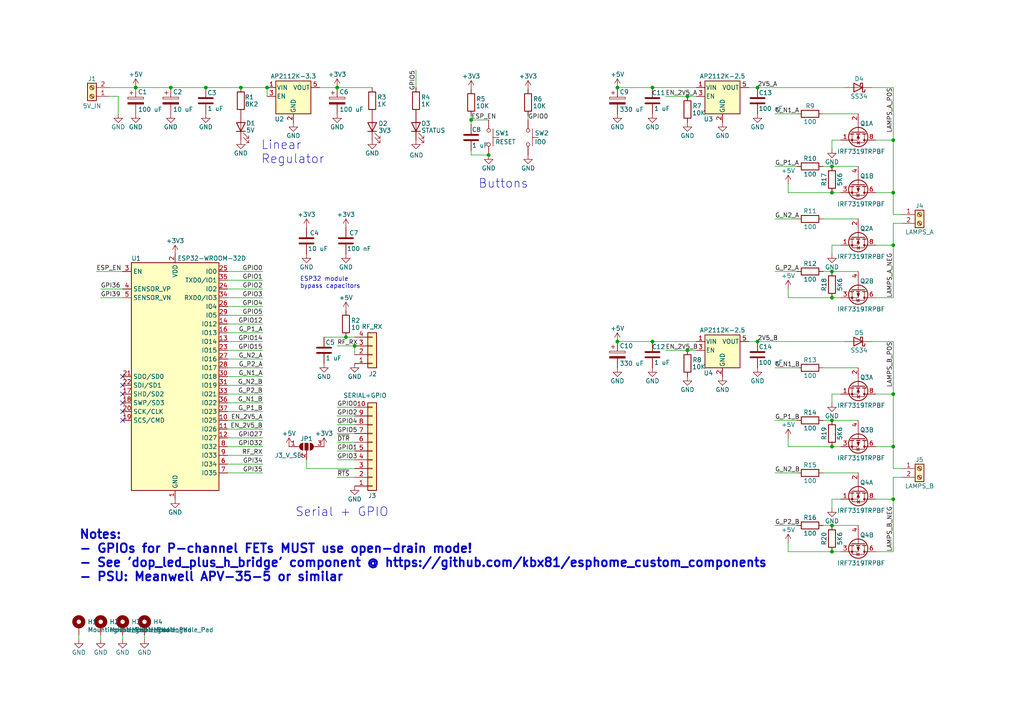
<source format=kicad_sch>
(kicad_sch (version 20211123) (generator eeschema)
  (paper "A4")
  (lib_symbols
    (symbol "Connector:Screw_Terminal_01x02" (pin_names (offset 1.016) hide)
      (property "Reference" "J" (at 0 2.54 0))
      (property "Value" "Screw_Terminal_01x02" (at 0 -5.08 0))
      (symbol "Screw_Terminal_01x02_1_1"
        (pin passive line (at -5.08 0 0) (length 3.81) (name "Pin_1") (number "1"))
        (pin passive line (at -5.08 -2.54 0) (length 3.81) (name "Pin_2") (number "2"))
      )
    )
    (symbol "Connector_Generic:Conn_01x04" (pin_names (offset 1.016) hide)
      (property "Reference" "J" (at 0 5.08 0))
      (property "Value" "Conn_01x04" (at 0 -7.62 0))
      (symbol "Conn_01x04_1_1"
        (pin passive line (at -5.08 2.54 0) (length 3.81) (name "Pin_1") (number "1"))
        (pin passive line (at -5.08 0 0) (length 3.81) (name "Pin_2") (number "2"))
        (pin passive line (at -5.08 -2.54 0) (length 3.81) (name "Pin_3") (number "3"))
        (pin passive line (at -5.08 -5.08 0) (length 3.81) (name "Pin_4") (number "4"))
      )
    )
    (symbol "Connector_Generic:Conn_01x10" (pin_names (offset 1.016) hide)
      (property "Reference" "J" (at 0 12.7 0))
      (property "Value" "Conn_01x10" (at 0 -15.24 0))
      (symbol "Conn_01x10_1_1"
        (pin passive line (at -5.08 10.16 0) (length 3.81) (name "Pin_1") (number "1"))
        (pin passive line (at -5.08 -12.7 0) (length 3.81) (name "Pin_10") (number "10"))
        (pin passive line (at -5.08 7.62 0) (length 3.81) (name "Pin_2") (number "2"))
        (pin passive line (at -5.08 5.08 0) (length 3.81) (name "Pin_3") (number "3"))
        (pin passive line (at -5.08 2.54 0) (length 3.81) (name "Pin_4") (number "4"))
        (pin passive line (at -5.08 0 0) (length 3.81) (name "Pin_5") (number "5"))
        (pin passive line (at -5.08 -2.54 0) (length 3.81) (name "Pin_6") (number "6"))
        (pin passive line (at -5.08 -5.08 0) (length 3.81) (name "Pin_7") (number "7"))
        (pin passive line (at -5.08 -7.62 0) (length 3.81) (name "Pin_8") (number "8"))
        (pin passive line (at -5.08 -10.16 0) (length 3.81) (name "Pin_9") (number "9"))
      )
    )
    (symbol "Device:C" (pin_numbers hide) (pin_names (offset 0.254))
      (property "Reference" "C" (at 0.635 2.54 0))
      (property "Value" "C" (at 0.635 -2.54 0))
      (symbol "C_1_1"
        (pin passive line (at 0 3.81 270) (length 2.794) (name "~") (number "1"))
        (pin passive line (at 0 -3.81 90) (length 2.794) (name "~") (number "2"))
      )
    )
    (symbol "Device:CP" (pin_numbers hide) (pin_names (offset 0.254))
      (property "Reference" "C" (at 0.635 2.54 0))
      (property "Value" "Device_CP" (at 0.635 -2.54 0))
      (symbol "CP_1_1"
        (pin passive line (at 0 3.81 270) (length 2.794) (name "~") (number "1"))
        (pin passive line (at 0 -3.81 90) (length 2.794) (name "~") (number "2"))
      )
    )
    (symbol "Device:D_Schottky" (pin_numbers hide) (pin_names (offset 1.016) hide)
      (property "Reference" "D" (at 0 2.54 0))
      (property "Value" "D_Schottky" (at 0 -2.54 0))
      (symbol "D_Schottky_1_1"
        (pin passive line (at -3.81 0 0) (length 2.54) (name "K") (number "1"))
        (pin passive line (at 3.81 0 180) (length 2.54) (name "A") (number "2"))
      )
    )
    (symbol "Device:LED" (pin_numbers hide) (pin_names (offset 1.016) hide)
      (property "Reference" "D" (at 0 2.54 0))
      (property "Value" "LED" (at 0 -2.54 0))
      (symbol "LED_1_1"
        (pin passive line (at -3.81 0 0) (length 2.54) (name "K") (number "1"))
        (pin passive line (at 3.81 0 180) (length 2.54) (name "A") (number "2"))
      )
    )
    (symbol "Device:R" (pin_numbers hide) (pin_names (offset 0))
      (property "Reference" "R" (at 2.032 0 90))
      (property "Value" "R" (at 0 0 90))
      (symbol "R_1_1"
        (pin passive line (at 0 3.81 270) (length 1.27) (name "~") (number "1"))
        (pin passive line (at 0 -3.81 90) (length 1.27) (name "~") (number "2"))
      )
    )
    (symbol "Jumper:SolderJumper_3_Open" (pin_names (offset 0) hide)
      (property "Reference" "JP" (at -2.54 -2.54 0))
      (property "Value" "SolderJumper_3_Open" (at 0 2.794 0))
      (symbol "SolderJumper_3_Open_1_1"
        (pin passive line (at -5.08 0 0) (length 2.54) (name "A") (number "1"))
        (pin input line (at 0 -3.81 90) (length 2.54) (name "C") (number "2"))
        (pin passive line (at 5.08 0 180) (length 2.54) (name "B") (number "3"))
      )
    )
    (symbol "Mechanical:MountingHole_Pad" (pin_numbers hide) (pin_names (offset 1.016) hide)
      (property "Reference" "H" (at 0 6.35 0))
      (property "Value" "MountingHole_Pad" (at 0 4.445 0))
      (symbol "MountingHole_Pad_1_1"
        (pin input line (at 0 -2.54 90) (length 2.54) (name "1") (number "1"))
      )
    )
    (symbol "RF_Module:ESP32-WROOM-32D"
      (property "Reference" "U" (at -12.7 34.29 0))
      (property "Value" "ESP32-WROOM-32D" (at 1.27 34.29 0))
      (symbol "ESP32-WROOM-32D_1_1"
        (pin power_in line (at 0 -35.56 90) (length 2.54) (name "GND") (number "1"))
        (pin bidirectional line (at 15.24 -12.7 180) (length 2.54) (name "IO25") (number "10"))
        (pin bidirectional line (at 15.24 -15.24 180) (length 2.54) (name "IO26") (number "11"))
        (pin bidirectional line (at 15.24 -17.78 180) (length 2.54) (name "IO27") (number "12"))
        (pin bidirectional line (at 15.24 10.16 180) (length 2.54) (name "IO14") (number "13"))
        (pin bidirectional line (at 15.24 15.24 180) (length 2.54) (name "IO12") (number "14"))
        (pin passive line (at 0 -35.56 90) (length 2.54) hide (name "GND") (number "15"))
        (pin bidirectional line (at 15.24 12.7 180) (length 2.54) (name "IO13") (number "16"))
        (pin bidirectional line (at -15.24 -5.08 0) (length 2.54) (name "SHD/SD2") (number "17"))
        (pin bidirectional line (at -15.24 -7.62 0) (length 2.54) (name "SWP/SD3") (number "18"))
        (pin bidirectional line (at -15.24 -12.7 0) (length 2.54) (name "SCS/CMD") (number "19"))
        (pin power_in line (at 0 35.56 270) (length 2.54) (name "VDD") (number "2"))
        (pin bidirectional line (at -15.24 -10.16 0) (length 2.54) (name "SCK/CLK") (number "20"))
        (pin bidirectional line (at -15.24 0 0) (length 2.54) (name "SDO/SD0") (number "21"))
        (pin bidirectional line (at -15.24 -2.54 0) (length 2.54) (name "SDI/SD1") (number "22"))
        (pin bidirectional line (at 15.24 7.62 180) (length 2.54) (name "IO15") (number "23"))
        (pin bidirectional line (at 15.24 25.4 180) (length 2.54) (name "IO2") (number "24"))
        (pin bidirectional line (at 15.24 30.48 180) (length 2.54) (name "IO0") (number "25"))
        (pin bidirectional line (at 15.24 20.32 180) (length 2.54) (name "IO4") (number "26"))
        (pin bidirectional line (at 15.24 5.08 180) (length 2.54) (name "IO16") (number "27"))
        (pin bidirectional line (at 15.24 2.54 180) (length 2.54) (name "IO17") (number "28"))
        (pin bidirectional line (at 15.24 17.78 180) (length 2.54) (name "IO5") (number "29"))
        (pin input line (at -15.24 30.48 0) (length 2.54) (name "EN") (number "3"))
        (pin bidirectional line (at 15.24 0 180) (length 2.54) (name "IO18") (number "30"))
        (pin bidirectional line (at 15.24 -2.54 180) (length 2.54) (name "IO19") (number "31"))
        (pin no_connect line (at -12.7 -27.94 0) (length 2.54) hide (name "NC") (number "32"))
        (pin bidirectional line (at 15.24 -5.08 180) (length 2.54) (name "IO21") (number "33"))
        (pin bidirectional line (at 15.24 22.86 180) (length 2.54) (name "RXD0/IO3") (number "34"))
        (pin bidirectional line (at 15.24 27.94 180) (length 2.54) (name "TXD0/IO1") (number "35"))
        (pin bidirectional line (at 15.24 -7.62 180) (length 2.54) (name "IO22") (number "36"))
        (pin bidirectional line (at 15.24 -10.16 180) (length 2.54) (name "IO23") (number "37"))
        (pin passive line (at 0 -35.56 90) (length 2.54) hide (name "GND") (number "38"))
        (pin passive line (at 0 -35.56 90) (length 2.54) hide (name "GND") (number "39"))
        (pin input line (at -15.24 25.4 0) (length 2.54) (name "SENSOR_VP") (number "4"))
        (pin input line (at -15.24 22.86 0) (length 2.54) (name "SENSOR_VN") (number "5"))
        (pin input line (at 15.24 -25.4 180) (length 2.54) (name "IO34") (number "6"))
        (pin input line (at 15.24 -27.94 180) (length 2.54) (name "IO35") (number "7"))
        (pin bidirectional line (at 15.24 -20.32 180) (length 2.54) (name "IO32") (number "8"))
        (pin bidirectional line (at 15.24 -22.86 180) (length 2.54) (name "IO33") (number "9"))
      )
    )
    (symbol "Regulator_Linear:AP2112K-2.5" (pin_names (offset 0.254))
      (property "Reference" "U" (at -5.08 5.715 0))
      (property "Value" "AP2112K-2.5" (at 0 5.715 0))
      (symbol "AP2112K-2.5_1_1"
        (pin power_in line (at -7.62 2.54 0) (length 2.54) (name "VIN") (number "1"))
        (pin power_in line (at 0 -7.62 90) (length 2.54) (name "GND") (number "2"))
        (pin input line (at -7.62 0 0) (length 2.54) (name "EN") (number "3"))
        (pin no_connect line (at 5.08 0 180) (length 2.54) hide (name "NC") (number "4"))
        (pin power_out line (at 7.62 2.54 180) (length 2.54) (name "VOUT") (number "5"))
      )
    )
    (symbol "Regulator_Linear:AP2112K-3.3" (pin_names (offset 0.254))
      (property "Reference" "U" (at -5.08 5.715 0))
      (property "Value" "AP2112K-3.3" (at 0 5.715 0))
      (symbol "AP2112K-3.3_1_1"
        (pin power_in line (at -7.62 2.54 0) (length 2.54) (name "VIN") (number "1"))
        (pin power_in line (at 0 -7.62 90) (length 2.54) (name "GND") (number "2"))
        (pin input line (at -7.62 0 0) (length 2.54) (name "EN") (number "3"))
        (pin no_connect line (at 5.08 0 180) (length 2.54) hide (name "NC") (number "4"))
        (pin power_out line (at 7.62 2.54 180) (length 2.54) (name "VOUT") (number "5"))
      )
    )
    (symbol "Switch:SW_Push" (pin_numbers hide) (pin_names (offset 1.016) hide)
      (property "Reference" "SW" (at 1.27 2.54 0))
      (property "Value" "SW_Push" (at 0 -1.524 0))
      (symbol "SW_Push_0_1"
        (pin passive line (at -5.08 0 0) (length 2.54) (name "1") (number "1"))
        (pin passive line (at 5.08 0 180) (length 2.54) (name "2") (number "2"))
      )
    )
    (symbol "Transistor_FET:IRF7309IPBF" (pin_names hide)
      (property "Reference" "Q" (at 5.08 1.905 0))
      (property "Value" "IRF7309IPBF" (at 5.08 0 0))
      (symbol "IRF7309IPBF_1_1"
        (pin passive line (at 2.54 -5.08 90) (length 2.54) (name "S") (number "1"))
        (pin input line (at -5.08 0 0) (length 2.54) (name "G") (number "2"))
        (pin passive line (at 2.54 5.08 270) (length 2.54) hide (name "D") (number "7"))
        (pin passive line (at 2.54 5.08 270) (length 2.54) (name "D") (number "8"))
      )
      (symbol "IRF7309IPBF_2_1"
        (pin passive line (at 2.54 -5.08 90) (length 2.54) (name "1") (number "3"))
        (pin input line (at -5.08 0 0) (length 2.54) (name "G") (number "4"))
        (pin passive line (at 2.54 5.08 270) (length 2.54) hide (name "D") (number "5"))
        (pin passive line (at 2.54 5.08 270) (length 2.54) (name "D") (number "6"))
      )
    )
    (symbol "power:+3.3V" (power) (pin_names (offset 0))
      (property "Value" "+3.3V" (at 0 3.556 0))
      (symbol "+3.3V_1_1"
        (pin power_in line (at 0 0 90) (length 0) hide (name "+3V3") (number "1"))
      )
    )
    (symbol "power:+3V3" (power) (pin_names (offset 0))
      (property "Value" "+3V3" (at 0 3.556 0))
      (symbol "+3V3_1_1"
        (pin power_in line (at 0 0 90) (length 0) hide (name "+3V3") (number "1"))
      )
    )
    (symbol "power:+5V" (power) (pin_names (offset 0))
      (property "Value" "+5V" (at 0 3.556 0))
      (symbol "+5V_1_1"
        (pin power_in line (at 0 0 90) (length 0) hide (name "+5V") (number "1"))
      )
    )
    (symbol "power:GND" (power) (pin_names (offset 0))
      (property "Value" "GND" (at 0 -3.81 0))
      (symbol "GND_1_1"
        (pin power_in line (at 0 0 270) (length 0) hide (name "GND") (number "1"))
      )
    )
  )
  (junction (at 199.39 27.94))
  (junction (at 241.3 152.4))
  (junction (at 189.23 25.4))
  (junction (at 199.39 101.6))
  (junction (at 97.79 25.4))
  (junction (at 241.3 160.02))
  (junction (at 259.08 40.64))
  (junction (at 141.732 44.958))
  (junction (at 136.652 34.798))
  (junction (at 259.08 71.12))
  (junction (at 241.3 129.54))
  (junction (at 241.3 55.88))
  (junction (at 39.37 25.3981))
  (junction (at 59.69 25.4))
  (junction (at 259.08 144.78))
  (junction (at 259.08 114.3))
  (junction (at 39.37 25.4))
  (junction (at 259.08 55.88))
  (junction (at 219.71 25.4))
  (junction (at 241.3 86.36))
  (junction (at 189.23 99.06))
  (junction (at 241.3 48.26))
  (junction (at 77.47 25.4))
  (junction (at 179.07 25.4))
  (junction (at 259.08 129.54))
  (junction (at 219.71 99.06))
  (junction (at 69.85 25.4))
  (junction (at 102.87 100.33))
  (junction (at 241.3 121.92))
  (junction (at 179.07 99.06))
  (junction (at 100.33 97.79))
  (junction (at 241.3 78.74))
  (junction (at 49.53 25.4))
  (no_connect (at 35.56 121.92))
  (no_connect (at 35.56 109.22))
  (no_connect (at 35.56 116.84))
  (no_connect (at 35.56 114.3))
  (no_connect (at 35.56 111.76))
  (no_connect (at 35.56 119.38))
  (wire (pts (xy 39.37 25.4) (xy 39.37 25.3981)))
  (wire (pts (xy 31.75 25.4) (xy 39.37 25.4)))
  (wire (pts (xy 88.9 135.89) (xy 102.87 135.89)))
  (wire (pts (xy 29.21 83.82) (xy 35.56 83.82)))
  (wire (pts (xy 66.04 101.6) (xy 76.2 101.6)))
  (wire (pts (xy 259.08 62.23) (xy 259.08 55.88)))
  (wire (pts (xy 259.08 160.02) (xy 259.08 144.78)))
  (wire (pts (xy 66.04 104.14) (xy 76.2 104.14)))
  (wire (pts (xy 224.79 78.74) (xy 231.14 78.74)))
  (wire (pts (xy 27.94 78.74) (xy 35.56 78.74)))
  (wire (pts (xy 97.79 138.43) (xy 102.87 138.43)))
  (wire (pts (xy 228.6 160.02) (xy 241.3 160.02)))
  (wire (pts (xy 66.04 93.98) (xy 76.2 93.98)))
  (wire (pts (xy 199.39 27.94) (xy 201.93 27.94)))
  (wire (pts (xy 66.04 109.22) (xy 76.2 109.22)))
  (wire (pts (xy 243.84 114.3) (xy 241.3 114.3)))
  (wire (pts (xy 66.04 96.52) (xy 76.2 96.52)))
  (wire (pts (xy 34.29 33.02) (xy 34.29 27.94)))
  (wire (pts (xy 66.04 119.38) (xy 76.2 119.38)))
  (wire (pts (xy 259.08 55.88) (xy 254 55.88)))
  (wire (pts (xy 243.84 144.78) (xy 241.3 144.78)))
  (wire (pts (xy 259.08 144.78) (xy 254 144.78)))
  (wire (pts (xy 88.9 133.35) (xy 88.9 135.89)))
  (wire (pts (xy 224.79 121.92) (xy 231.14 121.92)))
  (wire (pts (xy 219.71 25.4) (xy 245.11 25.4)))
  (wire (pts (xy 136.652 44.958) (xy 136.652 43.688)))
  (wire (pts (xy 259.08 25.4) (xy 259.08 40.64)))
  (wire (pts (xy 179.07 25.4) (xy 189.23 25.4)))
  (wire (pts (xy 228.6 55.88) (xy 241.3 55.88)))
  (wire (pts (xy 259.08 129.54) (xy 254 129.54)))
  (wire (pts (xy 241.3 144.78) (xy 241.3 147.32)))
  (wire (pts (xy 259.08 114.3) (xy 259.08 129.54)))
  (wire (pts (xy 241.3 78.74) (xy 248.92 78.74)))
  (wire (pts (xy 66.04 121.92) (xy 76.2 121.92)))
  (wire (pts (xy 66.04 132.08) (xy 76.2 132.08)))
  (wire (pts (xy 254 160.02) (xy 259.08 160.02)))
  (wire (pts (xy 136.652 34.798) (xy 136.652 36.068)))
  (wire (pts (xy 153.162 33.528) (xy 153.162 34.798)))
  (wire (pts (xy 261.62 138.43) (xy 259.08 138.43)))
  (wire (pts (xy 261.62 135.89) (xy 259.08 135.89)))
  (wire (pts (xy 66.04 78.74) (xy 76.2 78.74)))
  (wire (pts (xy 228.6 127) (xy 228.6 129.54)))
  (wire (pts (xy 238.76 63.5) (xy 248.92 63.5)))
  (wire (pts (xy 100.33 97.79) (xy 102.87 97.79)))
  (wire (pts (xy 241.3 55.88) (xy 243.84 55.88)))
  (wire (pts (xy 179.07 99.06) (xy 189.23 99.06)))
  (wire (pts (xy 238.76 78.74) (xy 241.3 78.74)))
  (wire (pts (xy 102.87 120.65) (xy 97.79 120.65)))
  (wire (pts (xy 241.3 121.92) (xy 248.92 121.92)))
  (wire (pts (xy 259.08 135.89) (xy 259.08 129.54)))
  (wire (pts (xy 193.04 27.94) (xy 199.39 27.94)))
  (wire (pts (xy 238.76 106.68) (xy 248.92 106.68)))
  (wire (pts (xy 259.08 86.36) (xy 259.08 71.12)))
  (wire (pts (xy 66.04 116.84) (xy 76.2 116.84)))
  (wire (pts (xy 66.04 129.54) (xy 76.2 129.54)))
  (wire (pts (xy 241.3 129.54) (xy 243.84 129.54)))
  (wire (pts (xy 97.79 130.81) (xy 102.87 130.81)))
  (wire (pts (xy 259.08 64.77) (xy 259.08 71.12)))
  (wire (pts (xy 97.79 133.35) (xy 102.87 133.35)))
  (wire (pts (xy 241.3 48.26) (xy 248.92 48.26)))
  (wire (pts (xy 243.84 71.12) (xy 241.3 71.12)))
  (wire (pts (xy 69.85 25.4) (xy 77.47 25.4)))
  (wire (pts (xy 224.79 106.68) (xy 231.14 106.68)))
  (wire (pts (xy 228.6 157.48) (xy 228.6 160.02)))
  (wire (pts (xy 66.04 86.36) (xy 76.2 86.36)))
  (wire (pts (xy 66.04 106.68) (xy 76.2 106.68)))
  (wire (pts (xy 66.04 134.62) (xy 76.2 134.62)))
  (wire (pts (xy 92.71 25.4) (xy 97.79 25.4)))
  (wire (pts (xy 261.62 62.23) (xy 259.08 62.23)))
  (wire (pts (xy 241.3 71.12) (xy 241.3 73.66)))
  (wire (pts (xy 29.21 185.42) (xy 29.21 184.15)))
  (wire (pts (xy 228.6 83.82) (xy 228.6 86.36)))
  (wire (pts (xy 193.04 101.6) (xy 199.39 101.6)))
  (wire (pts (xy 102.87 125.73) (xy 97.79 125.73)))
  (wire (pts (xy 34.29 27.94) (xy 31.75 27.94)))
  (wire (pts (xy 97.79 118.11) (xy 102.87 118.11)))
  (wire (pts (xy 254 86.36) (xy 259.08 86.36)))
  (wire (pts (xy 241.3 160.02) (xy 243.84 160.02)))
  (wire (pts (xy 199.39 101.6) (xy 201.93 101.6)))
  (wire (pts (xy 228.6 53.34) (xy 228.6 55.88)))
  (wire (pts (xy 238.76 152.4) (xy 241.3 152.4)))
  (wire (pts (xy 136.652 33.528) (xy 136.652 34.798)))
  (wire (pts (xy 189.23 25.4) (xy 201.93 25.4)))
  (wire (pts (xy 66.04 124.46) (xy 76.2 124.46)))
  (wire (pts (xy 228.6 129.54) (xy 241.3 129.54)))
  (wire (pts (xy 66.04 137.16) (xy 76.2 137.16)))
  (wire (pts (xy 49.53 25.4) (xy 59.69 25.4)))
  (wire (pts (xy 189.23 99.06) (xy 201.93 99.06)))
  (wire (pts (xy 141.732 44.958) (xy 136.652 44.958)))
  (wire (pts (xy 136.652 34.798) (xy 141.732 34.798)))
  (wire (pts (xy 217.17 99.06) (xy 219.71 99.06)))
  (wire (pts (xy 259.08 99.06) (xy 259.08 114.3)))
  (wire (pts (xy 224.79 63.5) (xy 231.14 63.5)))
  (wire (pts (xy 254 40.64) (xy 259.08 40.64)))
  (wire (pts (xy 238.76 48.26) (xy 241.3 48.26)))
  (wire (pts (xy 241.3 86.36) (xy 243.84 86.36)))
  (wire (pts (xy 259.08 138.43) (xy 259.08 144.78)))
  (wire (pts (xy 97.79 128.27) (xy 102.87 128.27)))
  (wire (pts (xy 228.6 86.36) (xy 241.3 86.36)))
  (wire (pts (xy 93.98 97.79) (xy 100.33 97.79)))
  (wire (pts (xy 66.04 111.76) (xy 76.2 111.76)))
  (wire (pts (xy 66.04 83.82) (xy 76.2 83.82)))
  (wire (pts (xy 238.76 33.02) (xy 248.92 33.02)))
  (wire (pts (xy 102.87 100.33) (xy 102.87 102.87)))
  (wire (pts (xy 224.79 48.26) (xy 231.14 48.26)))
  (wire (pts (xy 252.73 25.4) (xy 259.08 25.4)))
  (wire (pts (xy 66.04 99.06) (xy 76.2 99.06)))
  (wire (pts (xy 66.04 114.3) (xy 76.2 114.3)))
  (wire (pts (xy 261.62 64.77) (xy 259.08 64.77)))
  (wire (pts (xy 41.91 185.42) (xy 41.91 184.15)))
  (wire (pts (xy 259.08 71.12) (xy 254 71.12)))
  (wire (pts (xy 241.3 114.3) (xy 241.3 116.84)))
  (wire (pts (xy 219.71 99.06) (xy 245.11 99.06)))
  (wire (pts (xy 35.56 185.42) (xy 35.56 184.15)))
  (wire (pts (xy 66.04 81.28) (xy 76.2 81.28)))
  (wire (pts (xy 97.79 100.33) (xy 102.87 100.33)))
  (wire (pts (xy 241.3 40.64) (xy 241.3 43.18)))
  (wire (pts (xy 66.04 127) (xy 76.2 127)))
  (wire (pts (xy 29.21 86.36) (xy 35.56 86.36)))
  (wire (pts (xy 243.84 40.64) (xy 241.3 40.64)))
  (wire (pts (xy 224.79 137.16) (xy 231.14 137.16)))
  (wire (pts (xy 59.69 25.4) (xy 69.85 25.4)))
  (wire (pts (xy 66.04 88.9) (xy 76.2 88.9)))
  (wire (pts (xy 77.47 25.4) (xy 77.47 27.94)))
  (wire (pts (xy 66.04 91.44) (xy 76.2 91.44)))
  (wire (pts (xy 238.76 137.16) (xy 248.92 137.16)))
  (wire (pts (xy 259.08 40.64) (xy 259.08 55.88)))
  (wire (pts (xy 252.73 99.06) (xy 259.08 99.06)))
  (wire (pts (xy 49.53 25.4) (xy 39.37 25.4)))
  (wire (pts (xy 241.3 152.4) (xy 248.92 152.4)))
  (wire (pts (xy 22.86 185.42) (xy 22.86 184.15)))
  (wire (pts (xy 224.79 152.4) (xy 231.14 152.4)))
  (wire (pts (xy 217.17 25.4) (xy 219.71 25.4)))
  (wire (pts (xy 120.65 20.32) (xy 120.65 25.389)))
  (wire (pts (xy 224.79 33.02) (xy 231.14 33.02)))
  (wire (pts (xy 254 114.3) (xy 259.08 114.3)))
  (wire (pts (xy 97.79 25.4) (xy 107.95 25.4)))
  (wire (pts (xy 97.79 123.19) (xy 102.87 123.19)))
  (wire (pts (xy 238.76 121.92) (xy 241.3 121.92)))
  (text "ESP32 module\nbypass capacitors" (at 86.995 83.82 0) (effects (font (size 1.27 1.27)) (justify left bottom)))
  (text "Serial + GPIO" (at 85.598 150.114 0) (effects (font (size 2.54 2.54)) (justify left bottom)))
  (text "Linear\nRegulator" (at 75.692 47.752 0) (effects (font (size 2.54 2.54)) (justify left bottom)))
  (text "Buttons" (at 138.684 54.864 0) (effects (font (size 2.54 2.54)) (justify left bottom)))
  (text "Notes:\n- GPIOs for P-channel FETs MUST use open-drain mode!\n- See 'dop_led_plus_h_bridge' component @ https://github.com/kbx81/esphome_custom_components\n- PSU: Meanwell APV-35-5 or similar" (at 22.86 168.91 0) (effects (font (size 2.54 2.54) (thickness 0.508) bold) (justify left bottom)))
  (label "G_P2_A" (at 76.2 106.68 180))
  (label "ESP_EN" (at 27.94 78.74 0))
  (label "LAMPS_A_NEG" (at 259.08 86.36 90))
  (label "G_P2_B" (at 76.2 114.3 180))
  (label "~{DTR}" (at 97.79 128.27 0))
  (label "GPI36" (at 29.21 83.82 0))
  (label "LAMPS_B_NEG" (at 259.08 160.02 90))
  (label "G_P1_B" (at 76.2 119.38 180))
  (label "G_N1_B" (at 224.79 106.68 0))
  (label "G_P1_B" (at 224.79 121.92 0))
  (label "GPIO3" (at 76.2 86.36 180))
  (label "G_N2_A" (at 76.2 104.14 180))
  (label "ESP_EN" (at 136.652 34.798 0))
  (label "EN_2V5_B" (at 76.2 124.46 180))
  (label "GPIO2" (at 97.79 120.65 0))
  (label "GPIO0" (at 97.79 118.11 0))
  (label "EN_2V5_B" (at 193.04 101.6 0))
  (label "~{RTS}" (at 97.79 138.43 0))
  (label "GPI39" (at 29.21 86.36 0))
  (label "GPIO14" (at 76.2 99.06 180))
  (label "G_N2_B" (at 224.79 137.16 0))
  (label "2V5_A" (at 219.71 25.4 0))
  (label "GPIO4" (at 76.2 88.9 180))
  (label "GPIO32" (at 76.2 129.54 180))
  (label "GPIO0" (at 153.162 34.798 0))
  (label "LAMPS_B_POS" (at 259.08 99.06 270))
  (label "GPIO15" (at 76.2 101.6 180))
  (label "RF_RX" (at 76.2 132.08 180))
  (label "2V5_B" (at 219.71 99.06 0))
  (label "GPIO5" (at 120.65 20.32 270))
  (label "G_N2_A" (at 224.79 63.5 0))
  (label "GPIO3" (at 97.79 133.35 0))
  (label "GPIO27" (at 76.2 127 180))
  (label "G_N1_B" (at 76.2 116.84 180))
  (label "GPI34" (at 76.2 134.62 180))
  (label "GPI35" (at 76.2 137.16 180))
  (label "EN_2V5_A" (at 193.04 27.94 0))
  (label "LAMPS_A_POS" (at 259.08 25.4 270))
  (label "G_P1_A" (at 76.2 96.52 180))
  (label "GPIO1" (at 76.2 81.28 180))
  (label "G_P1_A" (at 224.79 48.26 0))
  (label "G_P2_B" (at 224.79 152.4 0))
  (label "GPIO5" (at 76.2 91.44 180))
  (label "RF_RX" (at 97.79 100.33 0))
  (label "GPIO4" (at 97.79 123.19 0))
  (label "G_P2_A" (at 224.79 78.74 0))
  (label "GPIO2" (at 76.2 83.82 180))
  (label "EN_2V5_A" (at 76.2 121.92 180))
  (label "G_N1_A" (at 76.2 109.22 180))
  (label "GPIO1" (at 97.79 130.81 0))
  (label "G_N1_A" (at 224.79 33.02 0))
  (label "GPIO0" (at 76.2 78.74 180))
  (label "G_N2_B" (at 76.2 111.76 180))
  (label "GPIO12" (at 76.2 93.98 180))
  (label "GPIO5" (at 97.79 125.73 0))
  (symbol (lib_id "power:GND") (at 29.21 185.42 0) (unit 1)
    (property "Reference" "#PWR05" (effects hide))
    (property "Value" "GND" (at 29.21 189.23 0))
  )
  (symbol (lib_id "Device:CP") (at 179.07 29.21 0) (unit 1)
    (property "Reference" "C9" (at 179.705 26.67 0) (effects (justify left)))
    (property "Value" "330 uF" (at 179.705 31.75 0) (effects (justify left)))
    (property "Footprint" "Capacitor_SMD:CP_Elec_6.3x7.7" (effects hide))
    (property "Datasheet" "https://www.nichicon.co.jp/english/products/pdfs/e-ucm.pdf" (effects hide))
    (property "Part" "UWT1A102MNL1GS" (effects hide))
  )
  (symbol (lib_id "Mechanical:MountingHole_Pad") (at 41.91 181.61 0) (unit 1)
    (property "Reference" "H4" (at 44.45 180.3654 0) (effects (justify left)))
    (property "Value" "MountingHole_Pad" (at 44.45 182.6768 0) (effects (justify left)))
    (property "Footprint" "MountingHole:MountingHole_3.2mm_M3_Pad_Via" (effects hide))
  )
  (symbol (lib_id "Device:R") (at 241.3 82.55 180) (unit 1)
    (property "Reference" "R18" (at 239.014 82.55 90))
    (property "Value" "5K6" (at 243.586 82.55 90))
    (property "Footprint" "Resistor_SMD:R_0805_2012Metric" (effects hide))
  )
  (symbol (lib_id "Device:R") (at 107.95 29.21 0) (unit 1)
    (property "Reference" "R3" (at 110.744 28.194 0))
    (property "Value" "1K" (at 110.744 30.226 0))
    (property "Footprint" "Resistor_SMD:R_0805_2012Metric" (effects hide))
    (property "MPN1" "RC0805FR-071KL" (effects hide))
  )
  (symbol (lib_id "Connector_Generic:Conn_01x04") (at 107.95 102.87 0) (mirror x) (unit 1)
    (property "Reference" "J2" (at 106.934 108.458 0) (effects (justify left)))
    (property "Value" "RF_RX" (at 104.902 94.742 0) (effects (justify left)))
    (property "Footprint" "Connector_PinSocket_2.54mm:PinSocket_1x04_P2.54mm_Vertical" (effects hide))
  )
  (symbol (lib_id "power:GND") (at 97.79 33.02 0) (unit 1)
    (property "Reference" "#PWR020" (effects hide))
    (property "Value" "GND" (at 97.79 36.83 0))
  )
  (symbol (lib_id "Device:CP") (at 179.07 102.87 0) (unit 1)
    (property "Reference" "C10" (at 179.705 100.33 0) (effects (justify left)))
    (property "Value" "330 uF" (at 179.705 105.41 0) (effects (justify left)))
    (property "Footprint" "Capacitor_SMD:CP_Elec_6.3x7.7" (effects hide))
    (property "Datasheet" "https://www.nichicon.co.jp/english/products/pdfs/e-ucm.pdf" (effects hide))
    (property "Part" "UWT1A102MNL1GS" (effects hide))
  )
  (symbol (lib_id "power:+3.3V") (at 153.162 25.908 0) (unit 1)
    (property "Reference" "#PWR030" (effects hide))
    (property "Value" "+3.3V" (at 153.162 22.098 0))
  )
  (symbol (lib_id "Mechanical:MountingHole_Pad") (at 22.86 181.61 0) (unit 1)
    (property "Reference" "H1" (at 25.4 180.3654 0) (effects (justify left)))
    (property "Value" "MountingHole_Pad" (at 25.4 182.6768 0) (effects (justify left)))
    (property "Footprint" "MountingHole:MountingHole_3.2mm_M3_Pad_Via" (effects hide))
  )
  (symbol (lib_id "Mechanical:MountingHole_Pad") (at 35.56 181.61 0) (unit 1)
    (property "Reference" "H3" (at 38.1 180.3654 0) (effects (justify left)))
    (property "Value" "MountingHole_Pad" (at 38.1 182.6768 0) (effects (justify left)))
    (property "Footprint" "MountingHole:MountingHole_3.2mm_M3_Pad_Via" (effects hide))
  )
  (symbol (lib_id "Transistor_FET:IRF7309IPBF") (at 248.92 142.24 270) (unit 1)
    (property "Reference" "Q4" (at 249.428 139.954 90) (effects (justify left)))
    (property "Value" "IRF7319TRPBF" (at 242.824 148.082 90) (effects (justify left)))
    (property "Footprint" "Package_SO:SOIC-8_3.9x4.9mm_P1.27mm" (effects hide))
    (property "Datasheet" "https://www.infineon.com/dgdl/Infineon-IRF7319-DataSheet-v01_01-EN.pdf?fileId=5546d462533600a4015355f5c82f1b41" (effects hide))
  )
  (symbol (lib_id "Device:C") (at 189.23 102.87 0) (unit 1)
    (property "Reference" "C12" (at 191.008 100.584 0))
    (property "Value" "1 uF" (at 192.024 105.156 0))
    (property "Footprint" "Capacitor_SMD:C_0805_2012Metric" (effects hide))
    (property "MPN1" "C2012X5R1E105M125AA" (effects hide))
  )
  (symbol (lib_id "power:GND") (at 199.39 35.56 0) (unit 1)
    (property "Reference" "#PWR038" (effects hide))
    (property "Value" "GND" (at 199.39 39.37 0))
  )
  (symbol (lib_id "Device:R") (at 120.65 29.199 0) (unit 1)
    (property "Reference" "R4" (at 123.444 28.194 0))
    (property "Value" "1K" (at 123.444 30.226 0))
    (property "Footprint" "Resistor_SMD:R_0805_2012Metric" (effects hide))
    (property "MPN1" "RC0805FR-071KL" (effects hide))
  )
  (symbol (lib_id "Device:R") (at 153.162 29.718 0) (unit 1)
    (property "Reference" "R6" (at 155.956 28.702 0))
    (property "Value" "10K" (at 156.464 30.734 0))
    (property "Footprint" "Resistor_SMD:R_0805_2012Metric" (effects hide))
    (property "MPN1" "RC0805FR-0710KL" (effects hide))
  )
  (symbol (lib_id "Transistor_FET:IRF7309IPBF") (at 248.92 68.58 270) (unit 1)
    (property "Reference" "Q2" (at 249.428 66.294 90) (effects (justify left)))
    (property "Value" "IRF7319TRPBF" (at 242.824 74.422 90) (effects (justify left)))
    (property "Footprint" "Package_SO:SOIC-8_3.9x4.9mm_P1.27mm" (effects hide))
    (property "Datasheet" "https://www.infineon.com/dgdl/Infineon-IRF7319-DataSheet-v01_01-EN.pdf?fileId=5546d462533600a4015355f5c82f1b41" (effects hide))
  )
  (symbol (lib_id "Mechanical:MountingHole_Pad") (at 29.21 181.61 0) (unit 1)
    (property "Reference" "H2" (at 31.75 180.3654 0) (effects (justify left)))
    (property "Value" "MountingHole_Pad" (at 31.75 182.6768 0) (effects (justify left)))
    (property "Footprint" "MountingHole:MountingHole_3.2mm_M3_Pad_Via" (effects hide))
  )
  (symbol (lib_id "Device:R") (at 241.3 125.73 180) (unit 1)
    (property "Reference" "R19" (at 239.014 125.73 90))
    (property "Value" "5K6" (at 243.586 125.73 90))
    (property "Footprint" "Resistor_SMD:R_0805_2012Metric" (effects hide))
  )
  (symbol (lib_id "Device:R") (at 69.85 29.21 0) (unit 1)
    (property "Reference" "R1" (at 73.66 28.194 0) (effects (justify right)))
    (property "Value" "8K2" (at 74.93 30.226 0) (effects (justify right)))
    (property "Footprint" "Resistor_SMD:R_0805_2012Metric" (effects hide))
    (property "MPN1" "RT0805FRE078K2L" (effects hide))
  )
  (symbol (lib_id "power:GND") (at 102.87 105.41 0) (unit 1)
    (property "Reference" "#PWR024" (effects hide))
    (property "Value" "GND" (at 102.87 109.22 0))
  )
  (symbol (lib_id "Transistor_FET:IRF7309IPBF") (at 248.92 38.1 270) (unit 1)
    (property "Reference" "Q1" (at 249.428 35.814 90) (effects (justify left)))
    (property "Value" "IRF7319TRPBF" (at 242.824 43.942 90) (effects (justify left)))
    (property "Footprint" "Package_SO:SOIC-8_3.9x4.9mm_P1.27mm" (effects hide))
    (property "Datasheet" "https://www.infineon.com/dgdl/Infineon-IRF7319-DataSheet-v01_01-EN.pdf?fileId=5546d462533600a4015355f5c82f1b41" (effects hide))
  )
  (symbol (lib_id "power:GND") (at 41.91 185.42 0) (unit 1)
    (property "Reference" "#PWR010" (effects hide))
    (property "Value" "GND" (at 41.91 189.23 0))
  )
  (symbol (lib_id "Connector:Screw_Terminal_01x02") (at 266.7 62.23 0) (unit 1)
    (property "Reference" "J4" (at 266.7 59.69 0))
    (property "Value" "LAMPS_A" (at 266.7 67.31 0))
    (property "Footprint" "TerminalBlock_Phoenix:TerminalBlock_Phoenix_PT-1,5-2-3.5-H_1x02_P3.50mm_Horizontal" (effects hide))
  )
  (symbol (lib_id "Transistor_FET:IRF7309IPBF") (at 248.92 127 270) (unit 2)
    (property "Reference" "Q3" (at 249.428 124.714 90) (effects (justify left)))
    (property "Value" "IRF7319TRPBF" (at 242.824 132.842 90) (effects (justify left)))
    (property "Footprint" "Package_SO:SOIC-8_3.9x4.9mm_P1.27mm" (effects hide))
    (property "Datasheet" "https://www.infineon.com/dgdl/Infineon-IRF7319-DataSheet-v01_01-EN.pdf?fileId=5546d462533600a4015355f5c82f1b41" (effects hide))
  )
  (symbol (lib_id "power:+3.3V") (at 100.33 66.04 0) (unit 1)
    (property "Reference" "#PWR021" (effects hide))
    (property "Value" "+3.3V" (at 100.33 62.23 0))
  )
  (symbol (lib_id "Connector_Generic:Conn_01x10") (at 107.95 130.81 0) (mirror x) (unit 1)
    (property "Reference" "J3" (at 107.95 143.764 0))
    (property "Value" "SERIAL+GPIO" (at 105.8672 114.7064 0))
    (property "Footprint" "Connector_PinSocket_2.54mm:PinSocket_1x10_P2.54mm_Vertical" (effects hide))
  )
  (symbol (lib_id "Regulator_Linear:AP2112K-2.5") (at 209.55 27.94 0) (unit 1)
    (property "Reference" "U3" (at 205.486 34.544 0))
    (property "Value" "AP2112K-2.5" (at 209.55 22.098 0))
    (property "Footprint" "Package_TO_SOT_SMD:SOT-23-5" (effects hide))
    (property "Datasheet" "https://www.diodes.com/assets/Datasheets/AP2112.pdf" (effects hide))
  )
  (symbol (lib_id "power:GND") (at 179.07 106.68 0) (unit 1)
    (property "Reference" "#PWR035" (effects hide))
    (property "Value" "GND" (at 179.07 110.49 0))
  )
  (symbol (lib_id "Device:CP") (at 49.53 29.21 0) (unit 1)
    (property "Reference" "C2" (at 50.165 26.67 0) (effects (justify left)))
    (property "Value" "10 uF" (at 50.165 31.75 0) (effects (justify left)))
    (property "Footprint" "Capacitor_SMD:CP_Elec_4x5.8" (effects hide))
    (property "Datasheet" "https://www.cde.com/resources/catalogs/AFK.pdf" (effects hide))
    (property "Part" "AFK106M25B12T-F" (effects hide))
  )
  (symbol (lib_id "Transistor_FET:IRF7309IPBF") (at 248.92 53.34 270) (unit 2)
    (property "Reference" "Q1" (at 249.428 51.054 90) (effects (justify left)))
    (property "Value" "IRF7319TRPBF" (at 242.824 59.182 90) (effects (justify left)))
    (property "Footprint" "Package_SO:SOIC-8_3.9x4.9mm_P1.27mm" (effects hide))
    (property "Datasheet" "https://www.infineon.com/dgdl/Infineon-IRF7319-DataSheet-v01_01-EN.pdf?fileId=5546d462533600a4015355f5c82f1b41" (effects hide))
  )
  (symbol (lib_id "power:+5V") (at 228.6 127 0) (unit 1)
    (property "Reference" "#PWR046" (effects hide))
    (property "Value" "+5V" (at 228.6 123.19 0))
  )
  (symbol (lib_id "Device:R") (at 136.652 29.718 0) (unit 1)
    (property "Reference" "R5" (at 139.446 28.702 0))
    (property "Value" "10K" (at 139.954 30.734 0))
    (property "Footprint" "Resistor_SMD:R_0805_2012Metric" (effects hide))
    (property "MPN1" "RC0805FR-0710KL" (effects hide))
  )
  (symbol (lib_id "power:GND") (at 219.71 106.68 0) (unit 1)
    (property "Reference" "#PWR043" (effects hide))
    (property "Value" "GND" (at 219.71 110.49 0))
  )
  (symbol (lib_id "power:GND") (at 189.23 33.02 0) (unit 1)
    (property "Reference" "#PWR036" (effects hide))
    (property "Value" "GND" (at 189.23 36.83 0))
  )
  (symbol (lib_id "Device:C") (at 88.9 69.85 0) (unit 1)
    (property "Reference" "C4" (at 91.186 67.564 0))
    (property "Value" "10 uF" (at 92.202 72.136 0))
    (property "Footprint" "Capacitor_SMD:C_0805_2012Metric" (effects hide))
    (property "MPN1" "GRM21BC81C106ME15L" (effects hide))
  )
  (symbol (lib_id "Device:R") (at 234.95 121.92 90) (unit 1)
    (property "Reference" "R14" (at 234.95 119.634 90))
    (property "Value" "100" (at 234.95 124.206 90))
    (property "Footprint" "Resistor_SMD:R_0805_2012Metric" (effects hide))
  )
  (symbol (lib_id "Device:CP") (at 97.79 29.21 0) (unit 1)
    (property "Reference" "C6" (at 98.425 26.67 0) (effects (justify left)))
    (property "Value" "100 uF" (at 98.425 31.75 0) (effects (justify left)))
    (property "Footprint" "Capacitor_SMD:CP_Elec_5x5.4" (effects hide))
    (property "Datasheet" "https://www.cde.com/resources/catalogs/AFK.pdf" (effects hide))
    (property "Part" "UWR1A101MCL1GB" (effects hide))
  )
  (symbol (lib_id "power:GND") (at 199.39 109.22 0) (unit 1)
    (property "Reference" "#PWR039" (effects hide))
    (property "Value" "GND" (at 199.39 113.03 0))
  )
  (symbol (lib_id "power:GND") (at 120.65 40.629 0) (unit 1)
    (property "Reference" "#PWR027" (effects hide))
    (property "Value" "GND" (at 120.777 45.0232 0))
  )
  (symbol (lib_id "Device:R") (at 199.39 105.41 0) (unit 1)
    (property "Reference" "R8" (at 202.184 104.394 0))
    (property "Value" "10K" (at 202.692 106.426 0))
    (property "Footprint" "Resistor_SMD:R_0805_2012Metric" (effects hide))
    (property "MPN1" "RC0805FR-0710KL" (effects hide))
  )
  (symbol (lib_id "power:GND") (at 209.55 35.56 0) (unit 1)
    (property "Reference" "#PWR040" (effects hide))
    (property "Value" "GND" (at 209.55 39.37 0))
  )
  (symbol (lib_id "power:GND") (at 102.87 140.97 0) (unit 1)
    (property "Reference" "#PWR025" (effects hide))
    (property "Value" "GND" (at 102.87 144.78 0))
  )
  (symbol (lib_id "Device:C") (at 136.652 39.878 0) (unit 1)
    (property "Reference" "C8" (at 138.176 37.592 0))
    (property "Value" "1 uF" (at 139.192 42.164 0))
    (property "Footprint" "Capacitor_SMD:C_0805_2012Metric" (effects hide))
    (property "MPN1" "C2012X5R1E105M125AA" (effects hide))
  )
  (symbol (lib_id "Switch:SW_Push") (at 141.732 39.878 270) (unit 1)
    (property "Reference" "SW1" (at 143.637 38.608 90) (effects (justify left)))
    (property "Value" "RESET" (at 143.637 41.148 90) (effects (justify left)))
    (property "Footprint" "Button_Switch_SMD:SW_Push_1P1T_NO_CK_KMR2" (effects hide))
    (property "MPN1" "KMR221GLFS" (effects hide))
  )
  (symbol (lib_id "power:GND") (at 93.98 105.41 0) (unit 1)
    (property "Reference" "#PWR017" (effects hide))
    (property "Value" "GND" (at 93.98 109.22 0))
  )
  (symbol (lib_id "power:GND") (at 22.86 185.42 0) (unit 1)
    (property "Reference" "#PWR01" (effects hide))
    (property "Value" "GND" (at 22.86 189.23 0))
  )
  (symbol (lib_id "power:GND") (at 85.09 35.56 0) (unit 1)
    (property "Reference" "#PWR014" (effects hide))
    (property "Value" "GND" (at 85.09 39.37 0))
  )
  (symbol (lib_id "power:+5V") (at 179.07 99.06 0) (unit 1)
    (property "Reference" "#PWR034" (effects hide))
    (property "Value" "+5V" (at 179.07 95.25 0))
  )
  (symbol (lib_id "power:GND") (at 209.55 109.22 0) (unit 1)
    (property "Reference" "#PWR041" (effects hide))
    (property "Value" "GND" (at 209.55 113.03 0))
  )
  (symbol (lib_id "Jumper:SolderJumper_3_Open") (at 88.9 129.54 0) (unit 1)
    (property "Reference" "JP1" (at 88.9 127.254 0))
    (property "Value" "J3_V_SEL" (at 84.074 132.08 0))
    (property "Footprint" "Jumper:SolderJumper-3_P1.3mm_Open_RoundedPad1.0x1.5mm" (effects hide))
    (property "Population" "DNF" (effects hide))
    (property "MPN1" "N/A" (effects hide))
  )
  (symbol (lib_id "Device:C") (at 219.71 29.21 0) (unit 1)
    (property "Reference" "C13" (at 221.996 26.924 0))
    (property "Value" "100 nF" (at 223.52 31.496 0))
    (property "Footprint" "Capacitor_SMD:C_0805_2012Metric" (effects hide))
    (property "Part" "CC0805KRX7R7BB104" (effects hide))
  )
  (symbol (lib_id "Device:R") (at 234.95 63.5 90) (unit 1)
    (property "Reference" "R11" (at 234.95 61.214 90))
    (property "Value" "100" (at 234.95 65.786 90))
    (property "Footprint" "Resistor_SMD:R_0805_2012Metric" (effects hide))
  )
  (symbol (lib_id "Regulator_Linear:AP2112K-2.5") (at 209.55 101.6 0) (unit 1)
    (property "Reference" "U4" (at 205.486 108.204 0))
    (property "Value" "AP2112K-2.5" (at 209.55 95.758 0))
    (property "Footprint" "Package_TO_SOT_SMD:SOT-23-5" (effects hide))
    (property "Datasheet" "https://www.diodes.com/assets/Datasheets/AP2112.pdf" (effects hide))
  )
  (symbol (lib_id "Device:CP") (at 39.37 29.21 0) (unit 1)
    (property "Reference" "C1" (at 40.005 26.67 0) (effects (justify left)))
    (property "Value" "100 uF" (at 40.005 31.75 0) (effects (justify left)))
    (property "Footprint" "Capacitor_SMD:CP_Elec_5x5.4" (effects hide))
    (property "Datasheet" "https://www.cde.com/resources/catalogs/AFK.pdf" (effects hide))
    (property "Part" "UWR1A101MCL1GB" (effects hide))
  )
  (symbol (lib_id "Device:C") (at 189.23 29.21 0) (unit 1)
    (property "Reference" "C11" (at 191.008 26.924 0))
    (property "Value" "1 uF" (at 192.024 31.496 0))
    (property "Footprint" "Capacitor_SMD:C_0805_2012Metric" (effects hide))
    (property "MPN1" "C2012X5R1E105M125AA" (effects hide))
  )
  (symbol (lib_id "power:+5V") (at 228.6 53.34 0) (unit 1)
    (property "Reference" "#PWR044" (effects hide))
    (property "Value" "+5V" (at 228.6 49.53 0))
  )
  (symbol (lib_id "Device:R") (at 234.95 152.4 90) (unit 1)
    (property "Reference" "R16" (at 234.95 150.114 90))
    (property "Value" "100" (at 234.95 154.686 90))
    (property "Footprint" "Resistor_SMD:R_0805_2012Metric" (effects hide))
  )
  (symbol (lib_id "power:GND") (at 241.3 116.84 0) (unit 1)
    (property "Reference" "#PWR050" (effects hide))
    (property "Value" "GND" (at 241.3 120.65 0))
  )
  (symbol (lib_id "power:GND") (at 141.732 44.958 0) (unit 1)
    (property "Reference" "#PWR029" (effects hide))
    (property "Value" "GND" (at 141.732 48.768 0))
  )
  (symbol (lib_id "power:GND") (at 34.29 33.02 0) (unit 1)
    (property "Reference" "#PWR02" (effects hide))
    (property "Value" "GND" (at 34.29 36.83 0))
  )
  (symbol (lib_id "power:+3V3") (at 50.8 73.66 0) (unit 1)
    (property "Reference" "#PWR08" (effects hide))
    (property "Value" "+3V3" (at 50.8 69.85 0))
  )
  (symbol (lib_id "Device:R") (at 234.95 33.02 90) (unit 1)
    (property "Reference" "R9" (at 234.95 30.734 90))
    (property "Value" "100" (at 234.95 35.306 90))
    (property "Footprint" "Resistor_SMD:R_0805_2012Metric" (effects hide))
  )
  (symbol (lib_id "Device:LED") (at 120.65 36.819 90) (unit 1)
    (property "Reference" "D3" (at 122.174 35.814 90) (effects (justify right)))
    (property "Value" "STATUS" (at 122.174 37.846 90) (effects (justify right)))
    (property "Footprint" "LED_SMD:LED_0805_2012Metric" (effects hide))
    (property "MPN1" "APT2012EC" (effects hide))
  )
  (symbol (lib_id "Device:C") (at 219.71 102.87 0) (unit 1)
    (property "Reference" "C14" (at 221.996 100.584 0))
    (property "Value" "100 nF" (at 223.52 105.156 0))
    (property "Footprint" "Capacitor_SMD:C_0805_2012Metric" (effects hide))
    (property "Part" "CC0805KRX7R7BB104" (effects hide))
  )
  (symbol (lib_id "power:GND") (at 100.33 73.66 0) (unit 1)
    (property "Reference" "#PWR022" (effects hide))
    (property "Value" "GND" (at 100.33 77.47 0))
  )
  (symbol (lib_id "Transistor_FET:IRF7309IPBF") (at 248.92 83.82 270) (unit 2)
    (property "Reference" "Q2" (at 249.428 81.534 90) (effects (justify left)))
    (property "Value" "IRF7319TRPBF" (at 242.824 89.662 90) (effects (justify left)))
    (property "Footprint" "Package_SO:SOIC-8_3.9x4.9mm_P1.27mm" (effects hide))
    (property "Datasheet" "https://www.infineon.com/dgdl/Infineon-IRF7319-DataSheet-v01_01-EN.pdf?fileId=5546d462533600a4015355f5c82f1b41" (effects hide))
  )
  (symbol (lib_id "power:+3.3V") (at 88.9 66.04 0) (unit 1)
    (property "Reference" "#PWR015" (effects hide))
    (property "Value" "+3.3V" (at 88.9 62.23 0))
  )
  (symbol (lib_id "Device:R") (at 234.95 48.26 90) (unit 1)
    (property "Reference" "R10" (at 234.95 45.974 90))
    (property "Value" "100" (at 234.95 50.546 90))
    (property "Footprint" "Resistor_SMD:R_0805_2012Metric" (effects hide))
  )
  (symbol (lib_id "power:+3V3") (at 93.98 129.54 0) (unit 1)
    (property "Reference" "#PWR018" (effects hide))
    (property "Value" "+3V3" (at 93.98 125.73 0))
  )
  (symbol (lib_id "Device:R") (at 100.33 93.98 0) (unit 1)
    (property "Reference" "R2" (at 103.124 92.964 0))
    (property "Value" "10" (at 103.124 94.996 0))
    (property "Footprint" "Resistor_SMD:R_0805_2012Metric" (effects hide))
    (property "MPN1" "RC0805FR-0710RL" (effects hide))
  )
  (symbol (lib_id "power:+5V") (at 100.33 90.17 0) (unit 1)
    (property "Reference" "#PWR023" (effects hide))
    (property "Value" "+5V" (at 100.33 86.36 0))
  )
  (symbol (lib_id "power:GND") (at 35.56 185.42 0) (unit 1)
    (property "Reference" "#PWR06" (effects hide))
    (property "Value" "GND" (at 35.56 189.23 0))
  )
  (symbol (lib_id "power:GND") (at 153.162 44.958 0) (unit 1)
    (property "Reference" "#PWR031" (effects hide))
    (property "Value" "GND" (at 153.162 48.768 0))
  )
  (symbol (lib_id "Connector:Screw_Terminal_01x02") (at 266.7 135.89 0) (unit 1)
    (property "Reference" "J5" (at 266.7 133.35 0))
    (property "Value" "LAMPS_B" (at 266.7 140.97 0))
    (property "Footprint" "TerminalBlock_Phoenix:TerminalBlock_Phoenix_PT-1,5-2-3.5-H_1x02_P3.50mm_Horizontal" (effects hide))
  )
  (symbol (lib_id "Device:R") (at 234.95 106.68 90) (unit 1)
    (property "Reference" "R13" (at 234.95 104.394 90))
    (property "Value" "100" (at 234.95 108.966 90))
    (property "Footprint" "Resistor_SMD:R_0805_2012Metric" (effects hide))
  )
  (symbol (lib_id "Device:LED") (at 69.85 36.83 90) (unit 1)
    (property "Reference" "D1" (at 71.374 35.7546 90) (effects (justify right)))
    (property "Value" "5V" (at 71.374 37.7866 90) (effects (justify right)))
    (property "Footprint" "LED_SMD:LED_0805_2012Metric" (effects hide))
    (property "MPN1" "597-6901-607F" (effects hide))
  )
  (symbol (lib_id "Device:C") (at 93.98 101.6 0) (unit 1)
    (property "Reference" "C5" (at 95.758 99.314 0))
    (property "Value" "1 uF" (at 96.774 103.886 0))
    (property "Footprint" "Capacitor_SMD:C_0805_2012Metric" (effects hide))
    (property "MPN1" "C2012X5R1E105M125AA" (effects hide))
  )
  (symbol (lib_id "power:GND") (at 241.3 147.32 0) (unit 1)
    (property "Reference" "#PWR051" (effects hide))
    (property "Value" "GND" (at 241.3 151.13 0))
  )
  (symbol (lib_id "Device:C") (at 59.69 29.21 0) (unit 1)
    (property "Reference" "C3" (at 61.468 26.924 0))
    (property "Value" "1 uF" (at 62.484 31.496 0))
    (property "Footprint" "Capacitor_SMD:C_0805_2012Metric" (effects hide))
    (property "MPN1" "C2012X5R1E105M125AA" (effects hide))
  )
  (symbol (lib_id "power:GND") (at 69.85 40.64 0) (unit 1)
    (property "Reference" "#PWR012" (effects hide))
    (property "Value" "GND" (at 69.85 44.45 0))
  )
  (symbol (lib_id "Device:D_Schottky") (at 248.92 99.06 180) (unit 1)
    (property "Reference" "D5" (at 249.174 96.52 0))
    (property "Value" "SS34" (at 249.174 101.6 0))
    (property "Footprint" "Diode_SMD:D_SOD-123" (effects hide))
  )
  (symbol (lib_id "power:GND") (at 241.3 73.66 0) (unit 1)
    (property "Reference" "#PWR049" (effects hide))
    (property "Value" "GND" (at 241.3 77.47 0))
  )
  (symbol (lib_id "Device:D_Schottky") (at 248.92 25.4 180) (unit 1)
    (property "Reference" "D4" (at 249.174 22.86 0))
    (property "Value" "SS34" (at 249.174 27.94 0))
    (property "Footprint" "Diode_SMD:D_SOD-123" (effects hide))
  )
  (symbol (lib_id "Device:R") (at 234.95 137.16 90) (unit 1)
    (property "Reference" "R15" (at 234.95 134.874 90))
    (property "Value" "100" (at 234.95 139.446 90))
    (property "Footprint" "Resistor_SMD:R_0805_2012Metric" (effects hide))
  )
  (symbol (lib_id "Device:R") (at 241.3 52.07 180) (unit 1)
    (property "Reference" "R17" (at 239.014 52.07 90))
    (property "Value" "5K6" (at 243.586 52.07 90))
    (property "Footprint" "Resistor_SMD:R_0805_2012Metric" (effects hide))
  )
  (symbol (lib_id "power:+3V3") (at 97.79 25.4 0) (unit 1)
    (property "Reference" "#PWR019" (effects hide))
    (property "Value" "+3V3" (at 97.79 21.59 0))
  )
  (symbol (lib_id "power:+5V") (at 39.37 25.4 0) (unit 1)
    (property "Reference" "#PWR03" (effects hide))
    (property "Value" "+5V" (at 39.37 21.59 0))
  )
  (symbol (lib_id "RF_Module:ESP32-WROOM-32D") (at 50.8 109.22 0) (unit 1)
    (property "Reference" "U1" (at 38.1 74.93 0) (effects (justify left)))
    (property "Value" "ESP32-WROOM-32D" (at 51.435 74.93 0) (effects (justify left)))
    (property "Footprint" "RF_Module:ESP32-WROOM-32" (effects hide))
    (property "Datasheet" "https://www.espressif.com/sites/default/files/documentation/esp32-wroom-32d_esp32-wroom-32u_datasheet_en.pdf" (effects hide))
    (property "MPN1" "ESP32-WROOM-32D" (effects hide))
  )
  (symbol (lib_id "Regulator_Linear:AP2112K-3.3") (at 85.09 27.94 0) (unit 1)
    (property "Reference" "U2" (at 81.026 34.544 0))
    (property "Value" "AP2112K-3.3" (at 85.09 22.098 0))
    (property "Footprint" "Package_TO_SOT_SMD:SOT-23-5" (effects hide))
    (property "Datasheet" "https://www.diodes.com/assets/Datasheets/AP2112.pdf" (effects hide))
  )
  (symbol (lib_id "power:GND") (at 59.69 33.02 0) (unit 1)
    (property "Reference" "#PWR011" (effects hide))
    (property "Value" "GND" (at 59.69 36.83 0))
  )
  (symbol (lib_id "Device:R") (at 199.39 31.75 0) (unit 1)
    (property "Reference" "R7" (at 202.184 30.734 0))
    (property "Value" "10K" (at 202.692 32.766 0))
    (property "Footprint" "Resistor_SMD:R_0805_2012Metric" (effects hide))
    (property "MPN1" "RC0805FR-0710KL" (effects hide))
  )
  (symbol (lib_id "power:GND") (at 39.37 33.02 0) (unit 1)
    (property "Reference" "#PWR04" (effects hide))
    (property "Value" "GND" (at 39.37 36.83 0))
  )
  (symbol (lib_id "power:GND") (at 189.23 106.68 0) (unit 1)
    (property "Reference" "#PWR037" (effects hide))
    (property "Value" "GND" (at 189.23 110.49 0))
  )
  (symbol (lib_id "power:GND") (at 179.07 33.02 0) (unit 1)
    (property "Reference" "#PWR033" (effects hide))
    (property "Value" "GND" (at 179.07 36.83 0))
  )
  (symbol (lib_id "power:GND") (at 219.71 33.02 0) (unit 1)
    (property "Reference" "#PWR042" (effects hide))
    (property "Value" "GND" (at 219.71 36.83 0))
  )
  (symbol (lib_id "power:+5V") (at 179.07 25.4 0) (unit 1)
    (property "Reference" "#PWR032" (effects hide))
    (property "Value" "+5V" (at 179.07 21.59 0))
  )
  (symbol (lib_id "power:GND") (at 49.53 33.02 0) (unit 1)
    (property "Reference" "#PWR07" (effects hide))
    (property "Value" "GND" (at 49.53 36.83 0))
  )
  (symbol (lib_id "power:+3.3V") (at 136.652 25.908 0) (unit 1)
    (property "Reference" "#PWR028" (effects hide))
    (property "Value" "+3.3V" (at 136.652 22.098 0))
  )
  (symbol (lib_id "Transistor_FET:IRF7309IPBF") (at 248.92 157.48 270) (unit 2)
    (property "Reference" "Q4" (at 249.428 155.194 90) (effects (justify left)))
    (property "Value" "IRF7319TRPBF" (at 242.824 163.322 90) (effects (justify left)))
    (property "Footprint" "Package_SO:SOIC-8_3.9x4.9mm_P1.27mm" (effects hide))
    (property "Datasheet" "https://www.infineon.com/dgdl/Infineon-IRF7319-DataSheet-v01_01-EN.pdf?fileId=5546d462533600a4015355f5c82f1b41" (effects hide))
  )
  (symbol (lib_id "Device:LED") (at 107.95 36.83 90) (unit 1)
    (property "Reference" "D2" (at 109.728 35.825 90) (effects (justify right)))
    (property "Value" "3V3" (at 109.728 37.857 90) (effects (justify right)))
    (property "Footprint" "LED_SMD:LED_0805_2012Metric" (effects hide))
    (property "MPN1" "597-6901-607F" (effects hide))
  )
  (symbol (lib_id "Connector:Screw_Terminal_01x02") (at 26.67 27.94 180) (unit 1)
    (property "Reference" "J1" (at 26.67 22.86 0))
    (property "Value" "5V_IN" (at 26.67 30.734 0))
    (property "Footprint" "TerminalBlock_Phoenix:TerminalBlock_Phoenix_PT-1,5-2-3.5-H_1x02_P3.50mm_Horizontal" (effects hide))
  )
  (symbol (lib_id "Device:R") (at 234.95 78.74 90) (unit 1)
    (property "Reference" "R12" (at 234.95 76.454 90))
    (property "Value" "100" (at 234.95 81.026 90))
    (property "Footprint" "Resistor_SMD:R_0805_2012Metric" (effects hide))
  )
  (symbol (lib_id "power:+5V") (at 83.82 129.54 0) (unit 1)
    (property "Reference" "#PWR013" (effects hide))
    (property "Value" "+5V" (at 83.82 125.73 0))
  )
  (symbol (lib_id "power:GND") (at 50.8 144.78 0) (unit 1)
    (property "Reference" "#PWR09" (effects hide))
    (property "Value" "GND" (at 50.8 148.59 0))
  )
  (symbol (lib_id "power:GND") (at 241.3 43.18 0) (unit 1)
    (property "Reference" "#PWR048" (effects hide))
    (property "Value" "GND" (at 241.3 46.99 0))
  )
  (symbol (lib_id "Transistor_FET:IRF7309IPBF") (at 248.92 111.76 270) (unit 1)
    (property "Reference" "Q3" (at 249.428 109.474 90) (effects (justify left)))
    (property "Value" "IRF7319TRPBF" (at 242.824 117.602 90) (effects (justify left)))
    (property "Footprint" "Package_SO:SOIC-8_3.9x4.9mm_P1.27mm" (effects hide))
    (property "Datasheet" "https://www.infineon.com/dgdl/Infineon-IRF7319-DataSheet-v01_01-EN.pdf?fileId=5546d462533600a4015355f5c82f1b41" (effects hide))
  )
  (symbol (lib_id "power:GND") (at 88.9 73.66 0) (unit 1)
    (property "Reference" "#PWR016" (effects hide))
    (property "Value" "GND" (at 88.9 77.47 0))
  )
  (symbol (lib_id "Device:C") (at 100.33 69.85 0) (unit 1)
    (property "Reference" "C7" (at 102.616 67.564 0))
    (property "Value" "100 nF" (at 104.14 72.136 0))
    (property "Footprint" "Capacitor_SMD:C_0805_2012Metric" (effects hide))
    (property "Part" "CC0805KRX7R7BB104" (effects hide))
  )
  (symbol (lib_id "Device:R") (at 241.3 156.21 180) (unit 1)
    (property "Reference" "R20" (at 239.014 156.21 90))
    (property "Value" "5K6" (at 243.586 156.21 90))
    (property "Footprint" "Resistor_SMD:R_0805_2012Metric" (effects hide))
  )
  (symbol (lib_id "power:+5V") (at 228.6 157.48 0) (unit 1)
    (property "Reference" "#PWR047" (effects hide))
    (property "Value" "+5V" (at 228.6 153.67 0))
  )
  (symbol (lib_id "Switch:SW_Push") (at 153.162 39.878 270) (unit 1)
    (property "Reference" "SW2" (at 155.067 38.608 90) (effects (justify left)))
    (property "Value" "IO0" (at 155.067 41.148 90) (effects (justify left)))
    (property "Footprint" "Button_Switch_SMD:SW_Push_1P1T_NO_CK_KMR2" (effects hide))
    (property "MPN1" "KMR221GLFS" (effects hide))
  )
  (symbol (lib_id "power:+5V") (at 228.6 83.82 0) (unit 1)
    (property "Reference" "#PWR045" (effects hide))
    (property "Value" "+5V" (at 228.6 80.01 0))
  )
  (symbol (lib_id "power:GND") (at 107.95 40.64 0) (unit 1)
    (property "Reference" "#PWR026" (effects hide))
    (property "Value" "GND" (at 107.95 44.45 0))
  )
)
</source>
